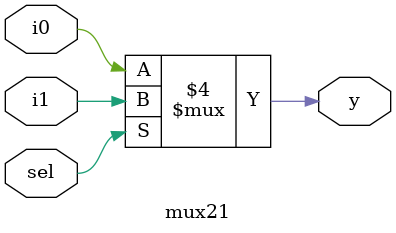
<source format=v>
module mux21(
    input i0,
    input i1,
    input sel,
    output y
    );
reg y;
always @(i0,i1,sel)
begin
if(sel==0)
y = i0;
else
y = i1;
end

endmodule

</source>
